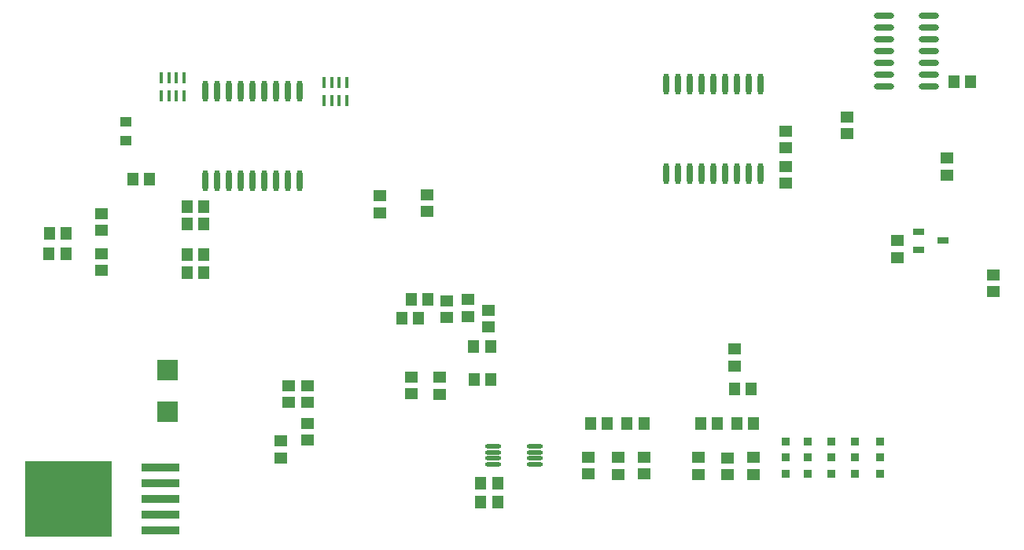
<source format=gbp>
%FSTAX24Y24*%
%MOIN*%
G70*
G01*
G75*
G04 Layer_Color=128*
%ADD10C,0.0100*%
%ADD11O,0.0276X0.0984*%
%ADD12R,0.0787X0.0571*%
%ADD13R,0.0591X0.0315*%
%ADD14R,0.0551X0.0472*%
%ADD15R,0.0472X0.0551*%
%ADD16R,0.0118X0.0591*%
%ADD17R,0.0591X0.0118*%
%ADD18C,0.0394*%
%ADD19R,0.0472X0.0532*%
%ADD20R,0.0532X0.0472*%
%ADD21R,0.1969X0.2756*%
%ADD22R,0.1732X0.0866*%
%ADD23R,0.1378X0.0748*%
%ADD24R,0.0177X0.0453*%
%ADD25R,0.1575X0.0670*%
%ADD26R,0.0945X0.0236*%
%ADD27O,0.0945X0.0236*%
%ADD28R,0.0512X0.0394*%
%ADD29C,0.0300*%
%ADD30C,0.0120*%
%ADD31C,0.0472*%
%ADD32C,0.0984*%
%ADD33R,0.0984X0.0984*%
%ADD34C,0.0650*%
%ADD35C,0.1161*%
%ADD36C,0.0591*%
%ADD37R,0.0591X0.0591*%
%ADD38C,0.0591*%
%ADD39R,0.0591X0.0591*%
%ADD40C,0.1181*%
%ADD41C,0.0787*%
%ADD42R,0.0728X0.0728*%
%ADD43C,0.0728*%
%ADD44R,0.0650X0.0650*%
%ADD45R,0.0787X0.0787*%
%ADD46C,0.1043*%
%ADD47R,0.0591X0.0591*%
%ADD48O,0.1890X0.0787*%
%ADD49O,0.0787X0.1890*%
%ADD50C,0.0700*%
%ADD51C,0.0800*%
%ADD52C,0.2362*%
%ADD53C,0.0240*%
%ADD54R,0.0374X0.0335*%
%ADD55O,0.0866X0.0236*%
%ADD56O,0.0709X0.0177*%
%ADD57O,0.0236X0.0906*%
%ADD58R,0.1634X0.0374*%
%ADD59R,0.3701X0.3228*%
%ADD60R,0.0906X0.0906*%
%ADD61R,0.0472X0.0256*%
%ADD62C,0.0200*%
%ADD63O,0.0356X0.1064*%
%ADD64R,0.0867X0.0651*%
%ADD65R,0.0671X0.0395*%
%ADD66R,0.0631X0.0552*%
%ADD67R,0.0552X0.0631*%
%ADD68R,0.0198X0.0671*%
%ADD69R,0.0671X0.0198*%
%ADD70C,0.0474*%
%ADD71R,0.0552X0.0612*%
%ADD72R,0.0612X0.0552*%
%ADD73R,0.2049X0.2836*%
%ADD74R,0.1812X0.0946*%
%ADD75R,0.1458X0.0828*%
%ADD76R,0.0257X0.0533*%
%ADD77R,0.1655X0.0750*%
%ADD78R,0.1025X0.0316*%
%ADD79O,0.1025X0.0316*%
%ADD80R,0.0592X0.0474*%
%ADD81C,0.0552*%
%ADD82C,0.1064*%
%ADD83R,0.1064X0.1064*%
%ADD84C,0.0730*%
%ADD85C,0.1241*%
%ADD86C,0.0671*%
%ADD87R,0.0671X0.0671*%
%ADD88C,0.0671*%
%ADD89R,0.0671X0.0671*%
%ADD90C,0.1261*%
%ADD91C,0.0867*%
%ADD92R,0.0808X0.0808*%
%ADD93C,0.0808*%
%ADD94R,0.0730X0.0730*%
%ADD95R,0.0867X0.0867*%
%ADD96C,0.1123*%
%ADD97R,0.0671X0.0671*%
%ADD98O,0.1970X0.0867*%
%ADD99O,0.0867X0.1970*%
%ADD100C,0.0780*%
%ADD101C,0.0880*%
%ADD102C,0.2442*%
%ADD103C,0.0320*%
%ADD104R,0.0454X0.0415*%
%ADD105O,0.0946X0.0316*%
%ADD106O,0.0789X0.0257*%
%ADD107O,0.0316X0.0986*%
%ADD108R,0.1714X0.0454*%
%ADD109R,0.3781X0.3308*%
%ADD110R,0.0986X0.0986*%
%ADD111R,0.0552X0.0336*%
D14*
X04765Y0186D02*
D03*
Y019309D02*
D03*
X04655Y018591D02*
D03*
Y0193D02*
D03*
X0453Y0186D02*
D03*
Y019309D02*
D03*
X039Y021991D02*
D03*
Y0227D02*
D03*
X0393Y02595D02*
D03*
Y025241D02*
D03*
X04995Y018591D02*
D03*
Y0193D02*
D03*
X04105Y024841D02*
D03*
Y02555D02*
D03*
X0402Y026D02*
D03*
Y025291D02*
D03*
X0378Y022D02*
D03*
Y022709D02*
D03*
X0512Y018583D02*
D03*
Y019291D02*
D03*
X0523Y018591D02*
D03*
Y0193D02*
D03*
X02465Y02725D02*
D03*
Y027959D02*
D03*
Y028941D02*
D03*
Y02965D02*
D03*
X0334Y020046D02*
D03*
Y020754D02*
D03*
Y022354D02*
D03*
Y021646D02*
D03*
X03845Y029746D02*
D03*
Y030454D02*
D03*
X03645Y029696D02*
D03*
Y030404D02*
D03*
D15*
X04765Y02075D02*
D03*
X046941D02*
D03*
X0454D02*
D03*
X046109D02*
D03*
X061504Y03525D02*
D03*
X060796D02*
D03*
X04115Y024D02*
D03*
X040441D02*
D03*
X0374Y0252D02*
D03*
X038109D02*
D03*
X037791Y026D02*
D03*
X0385D02*
D03*
X041159Y0226D02*
D03*
X04045D02*
D03*
X05005Y020741D02*
D03*
X050759D02*
D03*
X0523D02*
D03*
X051591D02*
D03*
X025991Y0311D02*
D03*
X0267D02*
D03*
X029Y0279D02*
D03*
X028291D02*
D03*
X029Y02715D02*
D03*
X028291D02*
D03*
X029Y02995D02*
D03*
X028291D02*
D03*
X029Y0292D02*
D03*
X028291D02*
D03*
D19*
X04145Y0174D02*
D03*
X040741D02*
D03*
X04145Y0182D02*
D03*
X040741D02*
D03*
X051496Y0222D02*
D03*
X052204D02*
D03*
X022446Y0288D02*
D03*
X023154D02*
D03*
X022441Y02795D02*
D03*
X02315D02*
D03*
D20*
X05625Y033748D02*
D03*
Y033039D02*
D03*
X0605Y032002D02*
D03*
Y031293D02*
D03*
X0515Y023196D02*
D03*
Y023904D02*
D03*
X0584Y027796D02*
D03*
Y028504D02*
D03*
X0326Y022359D02*
D03*
Y02165D02*
D03*
X03225Y019296D02*
D03*
Y020004D02*
D03*
X05365Y03095D02*
D03*
Y031659D02*
D03*
Y033154D02*
D03*
Y032446D02*
D03*
X06245Y027059D02*
D03*
Y02635D02*
D03*
D24*
X03473Y0352D02*
D03*
X035045D02*
D03*
Y034432D02*
D03*
X03473D02*
D03*
X034415D02*
D03*
X0341D02*
D03*
Y0352D02*
D03*
X034415D02*
D03*
X02783Y0354D02*
D03*
X028145D02*
D03*
Y034632D02*
D03*
X02783D02*
D03*
X027515D02*
D03*
X0272D02*
D03*
Y0354D02*
D03*
X027515D02*
D03*
D28*
X0257Y033544D02*
D03*
Y032756D02*
D03*
D54*
X05365Y018611D02*
D03*
Y019989D02*
D03*
Y0193D02*
D03*
X0546Y018611D02*
D03*
Y019989D02*
D03*
Y0193D02*
D03*
X0556Y018611D02*
D03*
Y019989D02*
D03*
Y0193D02*
D03*
X0566Y018611D02*
D03*
Y019989D02*
D03*
Y0193D02*
D03*
X05765Y018617D02*
D03*
Y019994D02*
D03*
Y019306D02*
D03*
D55*
X057841Y035038D02*
D03*
Y035538D02*
D03*
Y036038D02*
D03*
Y036538D02*
D03*
Y037038D02*
D03*
Y037538D02*
D03*
Y038038D02*
D03*
X059731Y035038D02*
D03*
Y035538D02*
D03*
Y036038D02*
D03*
Y036538D02*
D03*
Y037038D02*
D03*
Y037538D02*
D03*
Y038038D02*
D03*
D56*
X043026Y019784D02*
D03*
Y019528D02*
D03*
Y019272D02*
D03*
Y019016D02*
D03*
X041274Y019784D02*
D03*
Y019528D02*
D03*
Y019272D02*
D03*
Y019016D02*
D03*
D57*
X02905Y03485D02*
D03*
X02955D02*
D03*
X03005D02*
D03*
X03055D02*
D03*
X03105D02*
D03*
X03155D02*
D03*
X03205D02*
D03*
X03255D02*
D03*
X03305D02*
D03*
X02905Y031031D02*
D03*
X02955D02*
D03*
X03005D02*
D03*
X03055D02*
D03*
X03105D02*
D03*
X03155D02*
D03*
X03205D02*
D03*
X03255D02*
D03*
X03305D02*
D03*
X0486Y035159D02*
D03*
X0491D02*
D03*
X0496D02*
D03*
X0501D02*
D03*
X0506D02*
D03*
X0511D02*
D03*
X0516D02*
D03*
X0521D02*
D03*
X0526D02*
D03*
X0486Y031341D02*
D03*
X0491D02*
D03*
X0496D02*
D03*
X0501D02*
D03*
X0506D02*
D03*
X0511D02*
D03*
X0516D02*
D03*
X0521D02*
D03*
X0526D02*
D03*
D58*
X027161Y018889D02*
D03*
Y018219D02*
D03*
Y01755D02*
D03*
Y016881D02*
D03*
Y016211D02*
D03*
D59*
X023243Y01755D02*
D03*
D60*
X02745Y023022D02*
D03*
Y02125D02*
D03*
D61*
X059278Y028874D02*
D03*
Y028126D02*
D03*
X060322Y0285D02*
D03*
M02*

</source>
